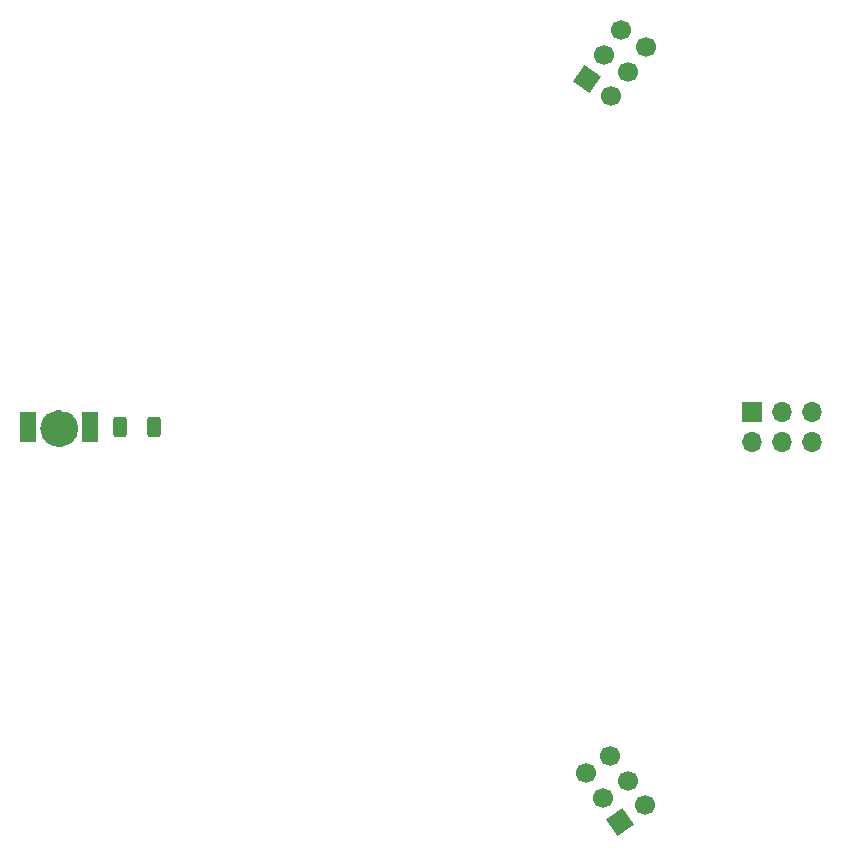
<source format=gbr>
G04 #@! TF.GenerationSoftware,KiCad,Pcbnew,(6.99.0-2452-gdb4f2d9dd8)*
G04 #@! TF.CreationDate,2022-07-21T12:57:02-08:00*
G04 #@! TF.ProjectId,787,3738372e-6b69-4636-9164-5f7063625858,rev?*
G04 #@! TF.SameCoordinates,Original*
G04 #@! TF.FileFunction,Soldermask,Bot*
G04 #@! TF.FilePolarity,Negative*
%FSLAX46Y46*%
G04 Gerber Fmt 4.6, Leading zero omitted, Abs format (unit mm)*
G04 Created by KiCad (PCBNEW (6.99.0-2452-gdb4f2d9dd8)) date 2022-07-21 12:57:02*
%MOMM*%
%LPD*%
G01*
G04 APERTURE LIST*
G04 Aperture macros list*
%AMRoundRect*
0 Rectangle with rounded corners*
0 $1 Rounding radius*
0 $2 $3 $4 $5 $6 $7 $8 $9 X,Y pos of 4 corners*
0 Add a 4 corners polygon primitive as box body*
4,1,4,$2,$3,$4,$5,$6,$7,$8,$9,$2,$3,0*
0 Add four circle primitives for the rounded corners*
1,1,$1+$1,$2,$3*
1,1,$1+$1,$4,$5*
1,1,$1+$1,$6,$7*
1,1,$1+$1,$8,$9*
0 Add four rect primitives between the rounded corners*
20,1,$1+$1,$2,$3,$4,$5,0*
20,1,$1+$1,$4,$5,$6,$7,0*
20,1,$1+$1,$6,$7,$8,$9,0*
20,1,$1+$1,$8,$9,$2,$3,0*%
%AMHorizOval*
0 Thick line with rounded ends*
0 $1 width*
0 $2 $3 position (X,Y) of the first rounded end (center of the circle)*
0 $4 $5 position (X,Y) of the second rounded end (center of the circle)*
0 Add line between two ends*
20,1,$1,$2,$3,$4,$5,0*
0 Add two circle primitives to create the rounded ends*
1,1,$1,$2,$3*
1,1,$1,$4,$5*%
%AMRotRect*
0 Rectangle, with rotation*
0 The origin of the aperture is its center*
0 $1 length*
0 $2 width*
0 $3 Rotation angle, in degrees counterclockwise*
0 Add horizontal line*
21,1,$1,$2,0,0,$3*%
G04 Aperture macros list end*
%ADD10C,1.600000*%
%ADD11RotRect,1.700000X1.700000X145.000000*%
%ADD12HorizOval,1.700000X0.000000X0.000000X0.000000X0.000000X0*%
%ADD13RotRect,1.700000X1.700000X215.000000*%
%ADD14HorizOval,1.700000X0.000000X0.000000X0.000000X0.000000X0*%
%ADD15R,1.700000X1.700000*%
%ADD16O,1.700000X1.700000*%
%ADD17RoundRect,0.250000X-0.312500X-0.625000X0.312500X-0.625000X0.312500X0.625000X-0.312500X0.625000X0*%
%ADD18R,1.400000X2.600000*%
G04 APERTURE END LIST*
D10*
X47715240Y-114942140D02*
G75*
G03*
X47715240Y-114942140I-800000J0D01*
G01*
D11*
X91569702Y-85352203D03*
D12*
X93650348Y-86809087D03*
X93026586Y-83271557D03*
X95107232Y-84728441D03*
X94483470Y-81190911D03*
X96564116Y-82647795D03*
D13*
X94416560Y-148280645D03*
D14*
X96497206Y-146823761D03*
X92959676Y-146199999D03*
X95040322Y-144743115D03*
X91502792Y-144119353D03*
X93583438Y-142662468D03*
D15*
X105599999Y-113499999D03*
D16*
X105599999Y-116039999D03*
X108139999Y-113499999D03*
X108139999Y-116039999D03*
X110679999Y-113499999D03*
X110679999Y-116039999D03*
D17*
X52037500Y-114800000D03*
X54962500Y-114800000D03*
D18*
X49499999Y-114799999D03*
X44299999Y-114799999D03*
M02*

</source>
